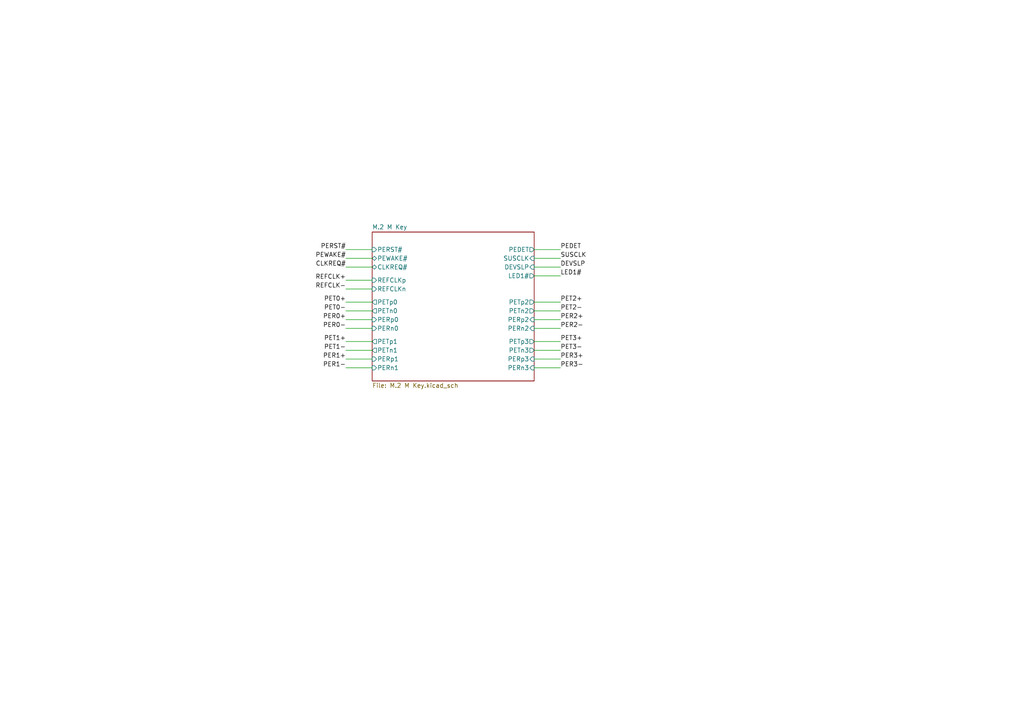
<source format=kicad_sch>
(kicad_sch
	(version 20250114)
	(generator "eeschema")
	(generator_version "9.0")
	(uuid "ed279bd0-fd67-4e8f-9eab-d42dd1f9d5d1")
	(paper "A4")
	(lib_symbols)
	(wire
		(pts
			(xy 154.94 72.39) (xy 162.56 72.39)
		)
		(stroke
			(width 0)
			(type default)
		)
		(uuid "048c2776-8911-476a-918a-1c95fcdee0be")
	)
	(wire
		(pts
			(xy 100.33 87.63) (xy 107.95 87.63)
		)
		(stroke
			(width 0)
			(type default)
		)
		(uuid "0627847a-8271-437f-9d27-54c95dc103c2")
	)
	(wire
		(pts
			(xy 154.94 87.63) (xy 162.56 87.63)
		)
		(stroke
			(width 0)
			(type default)
		)
		(uuid "18c8cb24-2d0c-4b57-990f-c78e5523b29c")
	)
	(wire
		(pts
			(xy 154.94 99.06) (xy 162.56 99.06)
		)
		(stroke
			(width 0)
			(type default)
		)
		(uuid "21731c23-1732-4ca5-a66e-e84fa095cabb")
	)
	(wire
		(pts
			(xy 100.33 72.39) (xy 107.95 72.39)
		)
		(stroke
			(width 0)
			(type default)
		)
		(uuid "2a793abc-5a04-4a28-958c-56e42017301f")
	)
	(wire
		(pts
			(xy 154.94 80.01) (xy 162.56 80.01)
		)
		(stroke
			(width 0)
			(type default)
		)
		(uuid "2a7e3fca-00fe-45f5-972b-ebcc6bff495b")
	)
	(wire
		(pts
			(xy 154.94 95.25) (xy 162.56 95.25)
		)
		(stroke
			(width 0)
			(type default)
		)
		(uuid "30e01e83-0ce2-4faa-92d2-d3d33538c380")
	)
	(wire
		(pts
			(xy 100.33 104.14) (xy 107.95 104.14)
		)
		(stroke
			(width 0)
			(type default)
		)
		(uuid "511e82dc-c83e-4a9f-a61e-822dd063bbcc")
	)
	(wire
		(pts
			(xy 100.33 74.93) (xy 107.95 74.93)
		)
		(stroke
			(width 0)
			(type default)
		)
		(uuid "5f66fe69-7f33-4673-925a-4f064d6935f9")
	)
	(wire
		(pts
			(xy 100.33 92.71) (xy 107.95 92.71)
		)
		(stroke
			(width 0)
			(type default)
		)
		(uuid "6d47943d-0ab1-466d-9596-ae1f238676d9")
	)
	(wire
		(pts
			(xy 154.94 77.47) (xy 162.56 77.47)
		)
		(stroke
			(width 0)
			(type default)
		)
		(uuid "82257de3-94fe-4888-af30-14fd0e5f64b9")
	)
	(wire
		(pts
			(xy 100.33 101.6) (xy 107.95 101.6)
		)
		(stroke
			(width 0)
			(type default)
		)
		(uuid "92616792-3a22-406c-9eaf-ee6cc4c27875")
	)
	(wire
		(pts
			(xy 154.94 90.17) (xy 162.56 90.17)
		)
		(stroke
			(width 0)
			(type default)
		)
		(uuid "96eb1daa-24e3-4e12-9e58-155b53a57883")
	)
	(wire
		(pts
			(xy 154.94 92.71) (xy 162.56 92.71)
		)
		(stroke
			(width 0)
			(type default)
		)
		(uuid "9f207819-8fed-4109-ac56-acba3ee6e473")
	)
	(wire
		(pts
			(xy 154.94 104.14) (xy 162.56 104.14)
		)
		(stroke
			(width 0)
			(type default)
		)
		(uuid "a349fb58-221a-4bb4-be88-ace65c7702f8")
	)
	(wire
		(pts
			(xy 100.33 83.82) (xy 107.95 83.82)
		)
		(stroke
			(width 0)
			(type default)
		)
		(uuid "a72da296-1d35-4551-a6ff-7738476dda71")
	)
	(wire
		(pts
			(xy 100.33 77.47) (xy 107.95 77.47)
		)
		(stroke
			(width 0)
			(type default)
		)
		(uuid "c5c7c128-c0f4-4139-9265-64cb6d2f80a2")
	)
	(wire
		(pts
			(xy 100.33 81.28) (xy 107.95 81.28)
		)
		(stroke
			(width 0)
			(type default)
		)
		(uuid "c67eee9b-e67b-477e-b6a5-6d4f5f69e7cb")
	)
	(wire
		(pts
			(xy 100.33 95.25) (xy 107.95 95.25)
		)
		(stroke
			(width 0)
			(type default)
		)
		(uuid "c7802c37-b007-4699-829e-ad9d39ad6556")
	)
	(wire
		(pts
			(xy 154.94 106.68) (xy 162.56 106.68)
		)
		(stroke
			(width 0)
			(type default)
		)
		(uuid "d0d843e4-f7fa-4a1e-bc39-e8db5dd161b0")
	)
	(wire
		(pts
			(xy 100.33 106.68) (xy 107.95 106.68)
		)
		(stroke
			(width 0)
			(type default)
		)
		(uuid "dbaf616c-11df-4142-86ca-742d06182cfe")
	)
	(wire
		(pts
			(xy 154.94 101.6) (xy 162.56 101.6)
		)
		(stroke
			(width 0)
			(type default)
		)
		(uuid "dc37ae53-0d25-4521-b234-bf228e1e0b8f")
	)
	(wire
		(pts
			(xy 154.94 74.93) (xy 162.56 74.93)
		)
		(stroke
			(width 0)
			(type default)
		)
		(uuid "e41a7276-df79-4aac-b724-9255439cb669")
	)
	(wire
		(pts
			(xy 100.33 90.17) (xy 107.95 90.17)
		)
		(stroke
			(width 0)
			(type default)
		)
		(uuid "e744ba01-a62c-43be-9f57-1f8193d3c0cd")
	)
	(wire
		(pts
			(xy 100.33 99.06) (xy 107.95 99.06)
		)
		(stroke
			(width 0)
			(type default)
		)
		(uuid "ed57fbf5-5ef2-4417-8922-fc12022266ed")
	)
	(label "PET1-"
		(at 100.33 101.6 180)
		(effects
			(font
				(size 1.27 1.27)
			)
			(justify right bottom)
		)
		(uuid "07180657-3276-4c74-9c8e-fca534d01d5e")
	)
	(label "PERST#"
		(at 100.33 72.39 180)
		(effects
			(font
				(size 1.27 1.27)
			)
			(justify right bottom)
		)
		(uuid "0b98c47a-8450-4f45-90da-171cd28f53d9")
	)
	(label "CLKREQ#"
		(at 100.33 77.47 180)
		(effects
			(font
				(size 1.27 1.27)
			)
			(justify right bottom)
		)
		(uuid "0bb5edf9-ac1d-452d-9cd7-e6869252372d")
	)
	(label "PET3-"
		(at 162.56 101.6 0)
		(effects
			(font
				(size 1.27 1.27)
			)
			(justify left bottom)
		)
		(uuid "2442a649-fb7a-4583-a186-6c29d185e1d8")
	)
	(label "PEWAKE#"
		(at 100.33 74.93 180)
		(effects
			(font
				(size 1.27 1.27)
			)
			(justify right bottom)
		)
		(uuid "2ac53ae2-da80-4ccc-9287-a65e59ee6a9c")
	)
	(label "PET0-"
		(at 100.33 90.17 180)
		(effects
			(font
				(size 1.27 1.27)
			)
			(justify right bottom)
		)
		(uuid "2ce629e4-45d7-4db9-b4c4-66c7c84c7092")
	)
	(label "LED1#"
		(at 162.56 80.01 0)
		(effects
			(font
				(size 1.27 1.27)
			)
			(justify left bottom)
		)
		(uuid "2e2fe280-8fb0-46d7-b3b9-01f69abf6d33")
	)
	(label "PER3+"
		(at 162.56 104.14 0)
		(effects
			(font
				(size 1.27 1.27)
			)
			(justify left bottom)
		)
		(uuid "3b923c2a-23ed-4a30-84c0-58f47f4d766f")
	)
	(label "PET2-"
		(at 162.56 90.17 0)
		(effects
			(font
				(size 1.27 1.27)
			)
			(justify left bottom)
		)
		(uuid "3c70d4ed-b4b5-4303-b062-4975d53108a7")
	)
	(label "REFCLK-"
		(at 100.33 83.82 180)
		(effects
			(font
				(size 1.27 1.27)
			)
			(justify right bottom)
		)
		(uuid "486d619f-c791-4445-9ec4-5d9835957aa4")
	)
	(label "DEVSLP"
		(at 162.56 77.47 0)
		(effects
			(font
				(size 1.27 1.27)
			)
			(justify left bottom)
		)
		(uuid "4dda3776-e724-4637-a446-f55738eb9f18")
	)
	(label "PEDET"
		(at 162.56 72.39 0)
		(effects
			(font
				(size 1.27 1.27)
			)
			(justify left bottom)
		)
		(uuid "5919bf2c-40f6-4f0c-a4d2-b528dea5fed7")
	)
	(label "PER2-"
		(at 162.56 95.25 0)
		(effects
			(font
				(size 1.27 1.27)
			)
			(justify left bottom)
		)
		(uuid "841235ea-8c15-4fed-b079-01d879cac5e6")
	)
	(label "PET2+"
		(at 162.56 87.63 0)
		(effects
			(font
				(size 1.27 1.27)
			)
			(justify left bottom)
		)
		(uuid "8e56528a-df46-481a-bd7e-57aa24f046b2")
	)
	(label "PER0+"
		(at 100.33 92.71 180)
		(effects
			(font
				(size 1.27 1.27)
			)
			(justify right bottom)
		)
		(uuid "8fc6fb6e-3c88-453c-b8b5-8f33ab05cf7a")
	)
	(label "PET0+"
		(at 100.33 87.63 180)
		(effects
			(font
				(size 1.27 1.27)
			)
			(justify right bottom)
		)
		(uuid "9b3eb4b3-ae0e-4610-b4c3-e7b29f1c7328")
	)
	(label "SUSCLK"
		(at 162.56 74.93 0)
		(effects
			(font
				(size 1.27 1.27)
			)
			(justify left bottom)
		)
		(uuid "9eaaf884-8da6-4702-8de8-c93a97991900")
	)
	(label "PER2+"
		(at 162.56 92.71 0)
		(effects
			(font
				(size 1.27 1.27)
			)
			(justify left bottom)
		)
		(uuid "a6121959-e8f0-4b50-a85e-329db8585d3b")
	)
	(label "REFCLK+"
		(at 100.33 81.28 180)
		(effects
			(font
				(size 1.27 1.27)
			)
			(justify right bottom)
		)
		(uuid "adc60749-5634-4591-a588-8122a994ea75")
	)
	(label "PER1-"
		(at 100.33 106.68 180)
		(effects
			(font
				(size 1.27 1.27)
			)
			(justify right bottom)
		)
		(uuid "c34f7e0e-7147-4522-ad13-90339789ff28")
	)
	(label "PER3-"
		(at 162.56 106.68 0)
		(effects
			(font
				(size 1.27 1.27)
			)
			(justify left bottom)
		)
		(uuid "cdb36365-8977-4ae1-8b05-61f5f32c76ef")
	)
	(label "PER1+"
		(at 100.33 104.14 180)
		(effects
			(font
				(size 1.27 1.27)
			)
			(justify right bottom)
		)
		(uuid "ce9fb2cf-303c-462e-97a6-41df6495cc30")
	)
	(label "PET1+"
		(at 100.33 99.06 180)
		(effects
			(font
				(size 1.27 1.27)
			)
			(justify right bottom)
		)
		(uuid "dca01ace-34ff-4155-991d-c7f2bab1bc85")
	)
	(label "PET3+"
		(at 162.56 99.06 0)
		(effects
			(font
				(size 1.27 1.27)
			)
			(justify left bottom)
		)
		(uuid "e412c8f6-d071-4d08-8e48-7ebbf21cbdc7")
	)
	(label "PER0-"
		(at 100.33 95.25 180)
		(effects
			(font
				(size 1.27 1.27)
			)
			(justify right bottom)
		)
		(uuid "e70b425c-66db-4172-8958-6c3d3482f4e0")
	)
	(sheet
		(at 107.95 67.31)
		(size 46.99 43.18)
		(exclude_from_sim no)
		(in_bom yes)
		(on_board yes)
		(dnp no)
		(fields_autoplaced yes)
		(stroke
			(width 0.1524)
			(type solid)
		)
		(fill
			(color 0 0 0 0.0000)
		)
		(uuid "b171cac5-fdcb-4065-8a18-8d019b75b0cd")
		(property "Sheetname" "M.2 M Key"
			(at 107.95 66.5984 0)
			(effects
				(font
					(size 1.27 1.27)
				)
				(justify left bottom)
			)
		)
		(property "Sheetfile" "M.2 M Key.kicad_sch"
			(at 107.95 111.0746 0)
			(effects
				(font
					(size 1.27 1.27)
				)
				(justify left top)
			)
		)
		(pin "PERST#" input
			(at 107.95 72.39 180)
			(uuid "4e5d5ae3-1520-4bb4-8365-c771323b4bf4")
			(effects
				(font
					(size 1.27 1.27)
				)
				(justify left)
			)
		)
		(pin "PEWAKE#" bidirectional
			(at 107.95 74.93 180)
			(uuid "0f4ce7d5-a641-44b4-9952-462fbe4008bc")
			(effects
				(font
					(size 1.27 1.27)
				)
				(justify left)
			)
		)
		(pin "CLKREQ#" bidirectional
			(at 107.95 77.47 180)
			(uuid "2550bd14-5e74-4afe-b3c8-507ceaac442a")
			(effects
				(font
					(size 1.27 1.27)
				)
				(justify left)
			)
		)
		(pin "REFCLKp" input
			(at 107.95 81.28 180)
			(uuid "7128a709-02f9-4d73-b113-d9b4488c297a")
			(effects
				(font
					(size 1.27 1.27)
				)
				(justify left)
			)
		)
		(pin "REFCLKn" input
			(at 107.95 83.82 180)
			(uuid "49d7e6de-f9dd-4c74-982b-6e2cfe71b174")
			(effects
				(font
					(size 1.27 1.27)
				)
				(justify left)
			)
		)
		(pin "PETp0" output
			(at 107.95 87.63 180)
			(uuid "c3e12b6f-1cea-4295-8264-b36eff67c8f3")
			(effects
				(font
					(size 1.27 1.27)
				)
				(justify left)
			)
		)
		(pin "PERp0" input
			(at 107.95 92.71 180)
			(uuid "1f3b7cda-0e76-461e-9218-416a6e5e1d1f")
			(effects
				(font
					(size 1.27 1.27)
				)
				(justify left)
			)
		)
		(pin "PETn0" output
			(at 107.95 90.17 180)
			(uuid "6771fe00-ba09-4739-9076-eb5ff43357b0")
			(effects
				(font
					(size 1.27 1.27)
				)
				(justify left)
			)
		)
		(pin "PERn0" input
			(at 107.95 95.25 180)
			(uuid "058f4caa-e893-416a-9446-dfdc4a64485f")
			(effects
				(font
					(size 1.27 1.27)
				)
				(justify left)
			)
		)
		(pin "PETp1" output
			(at 107.95 99.06 180)
			(uuid "afce090c-88d3-4ab3-b24e-6ac4e16798a1")
			(effects
				(font
					(size 1.27 1.27)
				)
				(justify left)
			)
		)
		(pin "PETn1" output
			(at 107.95 101.6 180)
			(uuid "e6f47fce-9001-4fc5-8b82-9a25005ab307")
			(effects
				(font
					(size 1.27 1.27)
				)
				(justify left)
			)
		)
		(pin "PERn1" input
			(at 107.95 106.68 180)
			(uuid "cde2374b-f74d-4525-b173-f0a50ad6987d")
			(effects
				(font
					(size 1.27 1.27)
				)
				(justify left)
			)
		)
		(pin "PERp1" input
			(at 107.95 104.14 180)
			(uuid "b7447dac-ef53-4001-b62e-25df39d0999c")
			(effects
				(font
					(size 1.27 1.27)
				)
				(justify left)
			)
		)
		(pin "PETn2" output
			(at 154.94 90.17 0)
			(uuid "226f8244-4487-491c-bc55-a51eb6e3eec3")
			(effects
				(font
					(size 1.27 1.27)
				)
				(justify right)
			)
		)
		(pin "PETp2" output
			(at 154.94 87.63 0)
			(uuid "2101dc57-9092-449c-b89c-43546f17528a")
			(effects
				(font
					(size 1.27 1.27)
				)
				(justify right)
			)
		)
		(pin "PERp2" input
			(at 154.94 92.71 0)
			(uuid "dbcc506c-60d2-48f2-9326-76a3ba31c4a3")
			(effects
				(font
					(size 1.27 1.27)
				)
				(justify right)
			)
		)
		(pin "PERn2" input
			(at 154.94 95.25 0)
			(uuid "c9b64128-8eed-478d-951c-3c965866a15f")
			(effects
				(font
					(size 1.27 1.27)
				)
				(justify right)
			)
		)
		(pin "PETp3" output
			(at 154.94 99.06 0)
			(uuid "7063cc1f-98ec-4db4-9db1-a157d9669aee")
			(effects
				(font
					(size 1.27 1.27)
				)
				(justify right)
			)
		)
		(pin "PETn3" output
			(at 154.94 101.6 0)
			(uuid "bb9394bb-23df-445d-84e6-ce80d9b76b04")
			(effects
				(font
					(size 1.27 1.27)
				)
				(justify right)
			)
		)
		(pin "PERn3" input
			(at 154.94 106.68 0)
			(uuid "11a99bdd-6cca-47ae-b960-3e6385be9e3e")
			(effects
				(font
					(size 1.27 1.27)
				)
				(justify right)
			)
		)
		(pin "PERp3" input
			(at 154.94 104.14 0)
			(uuid "1b2e1bb3-209e-44b6-9aa5-9b657ba2e81f")
			(effects
				(font
					(size 1.27 1.27)
				)
				(justify right)
			)
		)
		(pin "PEDET" output
			(at 154.94 72.39 0)
			(uuid "7fcba153-801d-45cc-bdbd-e251e94c4a13")
			(effects
				(font
					(size 1.27 1.27)
				)
				(justify right)
			)
		)
		(pin "SUSCLK" input
			(at 154.94 74.93 0)
			(uuid "e7538a8a-5ddc-4e7c-90ac-621da42fc641")
			(effects
				(font
					(size 1.27 1.27)
				)
				(justify right)
			)
		)
		(pin "DEVSLP" input
			(at 154.94 77.47 0)
			(uuid "b352c7c1-e3a7-4c10-98d2-b5d4ace40820")
			(effects
				(font
					(size 1.27 1.27)
				)
				(justify right)
			)
		)
		(pin "LED1#" output
			(at 154.94 80.01 0)
			(uuid "1e64a387-3d94-47da-93f4-cdb1934b098a")
			(effects
				(font
					(size 1.27 1.27)
				)
				(justify right)
			)
		)
		(instances
			(project "M.2 M Key 3060"
				(path "/ed279bd0-fd67-4e8f-9eab-d42dd1f9d5d1"
					(page "2")
				)
			)
		)
	)
	(sheet_instances
		(path "/"
			(page "1")
		)
	)
	(embedded_fonts no)
)

</source>
